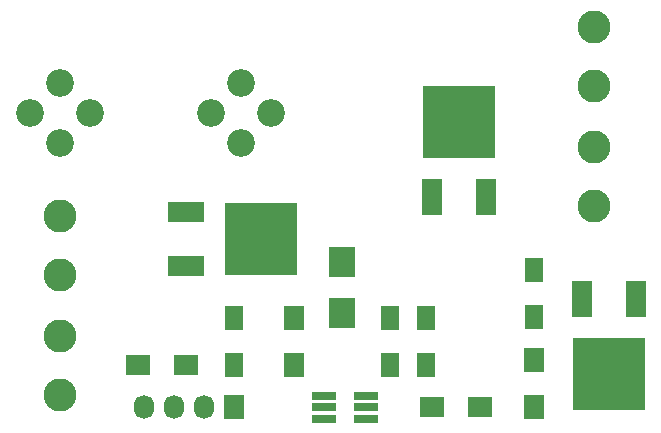
<source format=gts>
%TF.GenerationSoftware,KiCad,Pcbnew,4.0.1-2.fc23-product*%
%TF.CreationDate,2016-01-01T21:05:35+01:00*%
%TF.ProjectId,sunpowered,73756E706F77657265642E6B69636164,rev?*%
%TF.FileFunction,Soldermask,Top*%
%FSLAX46Y46*%
G04 Gerber Fmt 4.6, Leading zero omitted, Abs format (unit mm)*
G04 Created by KiCad (PCBNEW 4.0.1-2.fc23-product) date Fri 01 Jan 2016 21:05:35 CET*
%MOMM*%
G01*
G04 APERTURE LIST*
%ADD10C,0.100000*%
%ADD11R,1.651000X3.048000*%
%ADD12R,6.096000X6.096000*%
%ADD13C,2.794000*%
%ADD14R,3.048000X1.651000*%
%ADD15C,2.349500*%
%ADD16R,1.600000X2.000000*%
%ADD17R,2.301240X2.499360*%
%ADD18R,1.727200X2.032000*%
%ADD19O,1.727200X2.032000*%
%ADD20R,2.000000X1.700000*%
%ADD21R,1.700000X2.000000*%
%ADD22R,1.998980X0.690880*%
G04 APERTURE END LIST*
D10*
D11*
X157480000Y-116840000D03*
D12*
X155194000Y-123190000D03*
D11*
X152908000Y-116840000D03*
D13*
X108712000Y-109768000D03*
X108712000Y-114768000D03*
X108712000Y-124928000D03*
X108712000Y-119928000D03*
D14*
X119380000Y-109474000D03*
D12*
X125730000Y-111760000D03*
D14*
X119380000Y-114046000D03*
D15*
X121452640Y-101092000D03*
X126532640Y-101092000D03*
X111213900Y-101092000D03*
X106133900Y-101092000D03*
X123992640Y-98552000D03*
X123992640Y-103632000D03*
X108673900Y-98552000D03*
X108673900Y-103632000D03*
D16*
X123444000Y-118396000D03*
X123444000Y-122396000D03*
X139700000Y-118396000D03*
X139700000Y-122396000D03*
X148844000Y-118332000D03*
X148844000Y-114332000D03*
D17*
X132588000Y-113675160D03*
X132588000Y-117972840D03*
D13*
X153924000Y-108926000D03*
X153924000Y-103926000D03*
X153924000Y-93766000D03*
X153924000Y-98766000D03*
D18*
X123444000Y-125984000D03*
D19*
X120904000Y-125984000D03*
X118364000Y-125984000D03*
X115824000Y-125984000D03*
D11*
X140208000Y-108204000D03*
D12*
X142494000Y-101854000D03*
D11*
X144780000Y-108204000D03*
D20*
X119348000Y-122428000D03*
X115348000Y-122428000D03*
D21*
X128524000Y-118396000D03*
X128524000Y-122396000D03*
D20*
X140240000Y-125984000D03*
X144240000Y-125984000D03*
D21*
X148844000Y-121952000D03*
X148844000Y-125952000D03*
D22*
X131041140Y-125034040D03*
X131041140Y-125984000D03*
X131041140Y-126933960D03*
X134642860Y-126933960D03*
X134642860Y-125984000D03*
X134642860Y-125034040D03*
D16*
X136652000Y-118396000D03*
X136652000Y-122396000D03*
M02*

</source>
